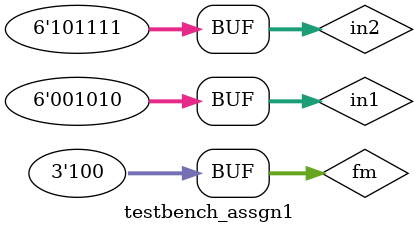
<source format=v>
`timescale 1ns / 1ps
module testbench_assgn1;
    // signal are declared :
    reg [5:0] in1, in2;
    reg [2:0] fm;
    wire out;
    
    // instantiation of the circuit under the test
    alumain uut (.a(in1), .b(in2), .fxn(fm), .finalresult(out) );
    
    //  Generate the test vectors
    initial
    begin
    
    in1 = 6'b001010;
    in2 = 6'b101111;
    fm = 3'b100;     // give the value of fxn corresponding to the function we want to test. Here its 100 which corresponds to A<B
   
    end
    
    initial
    begin
    $monitor("A: %b  B: %b  Result:  %b %b ", in1, in2, fm, out);  //print the result obtained
    
    end
 
endmodule

</source>
